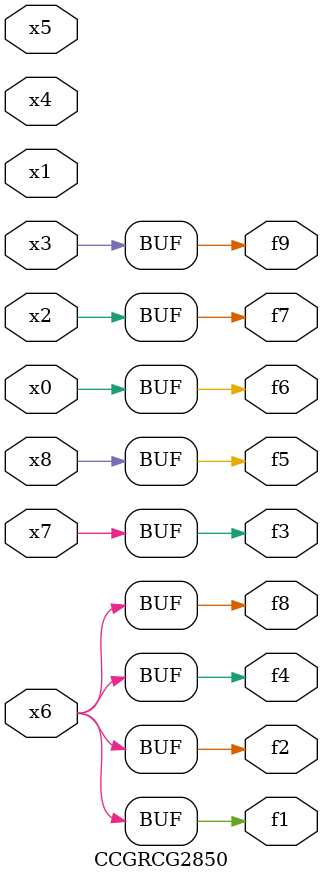
<source format=v>
module CCGRCG2850(
	input x0, x1, x2, x3, x4, x5, x6, x7, x8,
	output f1, f2, f3, f4, f5, f6, f7, f8, f9
);
	assign f1 = x6;
	assign f2 = x6;
	assign f3 = x7;
	assign f4 = x6;
	assign f5 = x8;
	assign f6 = x0;
	assign f7 = x2;
	assign f8 = x6;
	assign f9 = x3;
endmodule

</source>
